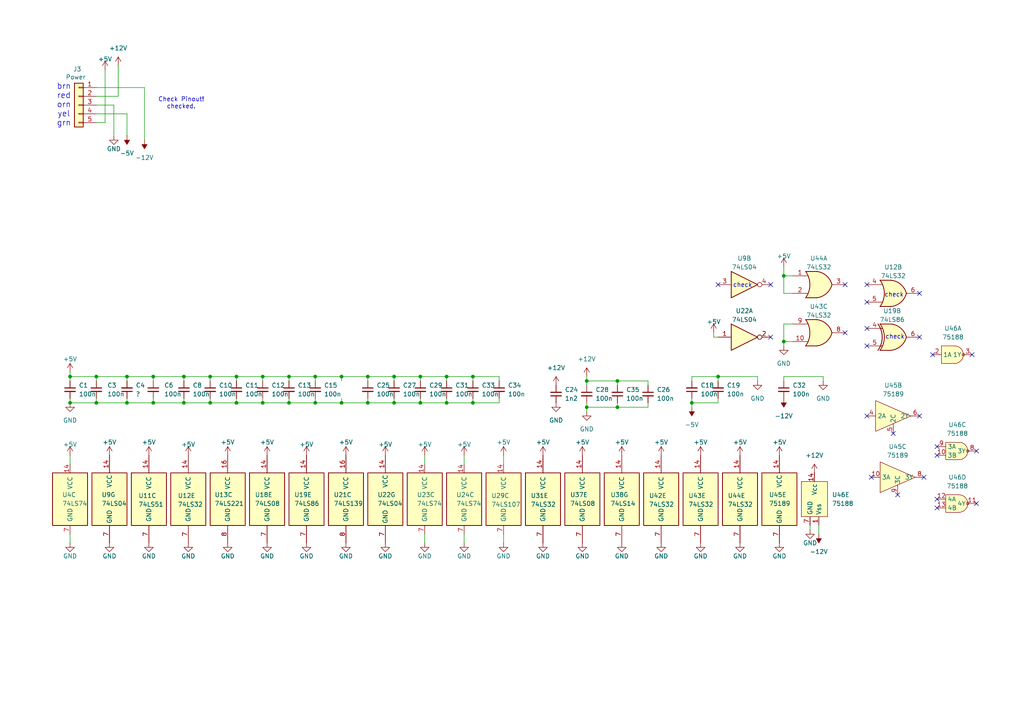
<source format=kicad_sch>
(kicad_sch (version 20231120) (generator "eeschema") (generator_version "8.0")
  (paper "A4")
  (title_block (title "EVA1 (Epson Video Adapter) - Power") (date "2025-01-09") (rev "v0.1") (company "100% Offner") (comment 1 "v0.1: Initial Release"))
  (junction (at 27.94 109.22))
  (junction (at 60.96 116.84))
  (junction (at 68.58 109.22))
  (junction (at 179.07 118.11))
  (junction (at 227.33 80.01))
  (junction (at 27.94 116.84))
  (junction (at 121.92 116.84))
  (junction (at 99.06 109.22))
  (junction (at 91.44 116.84))
  (junction (at 60.96 109.22))
  (junction (at 44.45 116.84))
  (junction (at 106.68 109.22))
  (junction (at 44.45 109.22))
  (junction (at 129.54 116.84))
  (junction (at 53.34 109.22))
  (junction (at 68.58 116.84))
  (junction (at 91.44 109.22))
  (junction (at 227.33 99.06))
  (junction (at 76.2 116.84))
  (junction (at 137.16 109.22))
  (junction (at 137.16 116.84))
  (junction (at 121.92 109.22))
  (junction (at 99.06 116.84))
  (junction (at 114.3 116.84))
  (junction (at 208.28 109.22))
  (junction (at 36.83 109.22))
  (junction (at 83.82 116.84))
  (junction (at 76.2 109.22))
  (junction (at 20.32 116.84))
  (junction (at 36.83 116.84))
  (junction (at 106.68 116.84))
  (junction (at 200.66 116.84))
  (junction (at 170.18 118.11))
  (junction (at 129.54 109.22))
  (junction (at 179.07 110.49))
  (junction (at 170.18 110.49))
  (junction (at 20.32 109.22))
  (junction (at 83.82 109.22))
  (junction (at 114.3 109.22))
  (junction (at 53.34 116.84))
  (no_connect (at 266.7 97.79))
  (no_connect (at 223.52 97.79))
  (no_connect (at 283.21 146.05))
  (no_connect (at 271.78 147.32))
  (no_connect (at 245.11 96.52))
  (no_connect (at 260.35 143.51))
  (no_connect (at 245.11 82.55))
  (no_connect (at 281.94 102.87))
  (no_connect (at 251.46 87.63))
  (no_connect (at 271.78 144.78))
  (no_connect (at 267.97 138.43))
  (no_connect (at 266.7 85.09))
  (no_connect (at 283.21 130.81))
  (no_connect (at 252.73 138.43))
  (no_connect (at 251.46 95.25))
  (no_connect (at 271.78 132.08))
  (no_connect (at 251.46 120.65))
  (no_connect (at 223.52 82.55))
  (no_connect (at 251.46 100.33))
  (no_connect (at 259.08 125.73))
  (no_connect (at 251.46 82.55))
  (no_connect (at 266.7 120.65))
  (no_connect (at 271.78 129.54))
  (no_connect (at 208.28 82.55))
  (no_connect (at 270.51 102.87))
  (wire (pts (xy 91.44 115.57) (xy 91.44 116.84)))
  (wire (pts (xy 106.68 115.57) (xy 106.68 116.84)))
  (wire (pts (xy 227.33 80.01) (xy 227.33 77.47)))
  (wire (pts (xy 34.29 19.05) (xy 34.29 27.94)))
  (wire (pts (xy 27.94 30.48) (xy 33.02 30.48)))
  (wire (pts (xy 83.82 109.22) (xy 83.82 110.49)))
  (wire (pts (xy 33.02 30.48) (xy 33.02 39.37)))
  (wire (pts (xy 207.01 97.79) (xy 208.28 97.79)))
  (wire (pts (xy 20.32 116.84) (xy 20.32 115.57)))
  (wire (pts (xy 227.33 93.98) (xy 227.33 99.06)))
  (wire (pts (xy 187.96 118.11) (xy 187.96 116.84)))
  (wire (pts (xy 123.19 132.08) (xy 123.19 134.62)))
  (wire (pts (xy 121.92 109.22) (xy 121.92 110.49)))
  (wire (pts (xy 170.18 109.22) (xy 170.18 110.49)))
  (wire (pts (xy 27.94 25.4) (xy 41.91 25.4)))
  (wire (pts (xy 20.32 116.84) (xy 27.94 116.84)))
  (wire (pts (xy 68.58 115.57) (xy 68.58 116.84)))
  (wire (pts (xy 200.66 116.84) (xy 200.66 118.11)))
  (wire (pts (xy 121.92 115.57) (xy 121.92 116.84)))
  (wire (pts (xy 36.83 109.22) (xy 44.45 109.22)))
  (wire (pts (xy 114.3 109.22) (xy 121.92 109.22)))
  (wire (pts (xy 76.2 116.84) (xy 68.58 116.84)))
  (wire (pts (xy 76.2 109.22) (xy 76.2 110.49)))
  (wire (pts (xy 41.91 25.4) (xy 41.91 40.64)))
  (wire (pts (xy 129.54 109.22) (xy 121.92 109.22)))
  (wire (pts (xy 20.32 109.22) (xy 27.94 109.22)))
  (wire (pts (xy 30.48 35.56) (xy 27.94 35.56)))
  (wire (pts (xy 179.07 116.84) (xy 179.07 118.11)))
  (wire (pts (xy 91.44 109.22) (xy 99.06 109.22)))
  (wire (pts (xy 60.96 109.22) (xy 60.96 110.49)))
  (wire (pts (xy 237.49 154.94) (xy 237.49 152.4)))
  (wire (pts (xy 60.96 109.22) (xy 68.58 109.22)))
  (wire (pts (xy 20.32 154.94) (xy 20.32 157.48)))
  (wire (pts (xy 53.34 116.84) (xy 44.45 116.84)))
  (wire (pts (xy 27.94 27.94) (xy 34.29 27.94)))
  (wire (pts (xy 229.87 80.01) (xy 227.33 80.01)))
  (wire (pts (xy 170.18 110.49) (xy 170.18 111.76)))
  (wire (pts (xy 170.18 119.38) (xy 170.18 118.11)))
  (wire (pts (xy 76.2 116.84) (xy 83.82 116.84)))
  (wire (pts (xy 227.33 109.22) (xy 227.33 110.49)))
  (wire (pts (xy 99.06 116.84) (xy 91.44 116.84)))
  (wire (pts (xy 91.44 109.22) (xy 91.44 110.49)))
  (wire (pts (xy 99.06 109.22) (xy 106.68 109.22)))
  (wire (pts (xy 179.07 118.11) (xy 187.96 118.11)))
  (wire (pts (xy 99.06 116.84) (xy 106.68 116.84)))
  (wire (pts (xy 208.28 109.22) (xy 200.66 109.22)))
  (wire (pts (xy 106.68 109.22) (xy 114.3 109.22)))
  (wire (pts (xy 134.62 132.08) (xy 134.62 134.62)))
  (wire (pts (xy 229.87 93.98) (xy 227.33 93.98)))
  (wire (pts (xy 36.83 116.84) (xy 44.45 116.84)))
  (wire (pts (xy 208.28 115.57) (xy 208.28 116.84)))
  (wire (pts (xy 68.58 109.22) (xy 76.2 109.22)))
  (wire (pts (xy 123.19 154.94) (xy 123.19 157.48)))
  (wire (pts (xy 36.83 109.22) (xy 36.83 110.49)))
  (wire (pts (xy 36.83 33.02) (xy 36.83 39.37)))
  (wire (pts (xy 68.58 109.22) (xy 68.58 110.49)))
  (wire (pts (xy 137.16 115.57) (xy 137.16 116.84)))
  (wire (pts (xy 207.01 96.52) (xy 207.01 97.79)))
  (wire (pts (xy 27.94 109.22) (xy 27.94 110.49)))
  (wire (pts (xy 144.78 109.22) (xy 144.78 110.49)))
  (wire (pts (xy 179.07 110.49) (xy 179.07 111.76)))
  (wire (pts (xy 53.34 115.57) (xy 53.34 116.84)))
  (wire (pts (xy 234.95 153.67) (xy 234.95 152.4)))
  (wire (pts (xy 179.07 110.49) (xy 187.96 110.49)))
  (wire (pts (xy 170.18 118.11) (xy 179.07 118.11)))
  (wire (pts (xy 229.87 99.06) (xy 227.33 99.06)))
  (wire (pts (xy 91.44 116.84) (xy 83.82 116.84)))
  (wire (pts (xy 129.54 115.57) (xy 129.54 116.84)))
  (wire (pts (xy 227.33 85.09) (xy 227.33 80.01)))
  (wire (pts (xy 219.71 109.22) (xy 208.28 109.22)))
  (wire (pts (xy 129.54 109.22) (xy 129.54 110.49)))
  (wire (pts (xy 27.94 115.57) (xy 27.94 116.84)))
  (wire (pts (xy 137.16 116.84) (xy 129.54 116.84)))
  (wire (pts (xy 137.16 109.22) (xy 144.78 109.22)))
  (wire (pts (xy 44.45 109.22) (xy 44.45 110.49)))
  (wire (pts (xy 60.96 115.57) (xy 60.96 116.84)))
  (wire (pts (xy 27.94 33.02) (xy 36.83 33.02)))
  (wire (pts (xy 53.34 109.22) (xy 53.34 110.49)))
  (wire (pts (xy 114.3 115.57) (xy 114.3 116.84)))
  (wire (pts (xy 187.96 111.76) (xy 187.96 110.49)))
  (wire (pts (xy 44.45 109.22) (xy 53.34 109.22)))
  (wire (pts (xy 53.34 116.84) (xy 60.96 116.84)))
  (wire (pts (xy 53.34 109.22) (xy 60.96 109.22)))
  (wire (pts (xy 238.76 110.49) (xy 238.76 109.22)))
  (wire (pts (xy 200.66 109.22) (xy 200.66 110.49)))
  (wire (pts (xy 200.66 116.84) (xy 208.28 116.84)))
  (wire (pts (xy 146.05 132.08) (xy 146.05 134.62)))
  (wire (pts (xy 114.3 116.84) (xy 106.68 116.84)))
  (wire (pts (xy 229.87 85.09) (xy 227.33 85.09)))
  (wire (pts (xy 227.33 99.06) (xy 227.33 100.33)))
  (wire (pts (xy 20.32 109.22) (xy 20.32 110.49)))
  (wire (pts (xy 20.32 107.95) (xy 20.32 109.22)))
  (wire (pts (xy 83.82 109.22) (xy 91.44 109.22)))
  (wire (pts (xy 44.45 115.57) (xy 44.45 116.84)))
  (wire (pts (xy 106.68 109.22) (xy 106.68 110.49)))
  (wire (pts (xy 36.83 115.57) (xy 36.83 116.84)))
  (wire (pts (xy 134.62 154.94) (xy 134.62 157.48)))
  (wire (pts (xy 170.18 118.11) (xy 170.18 116.84)))
  (wire (pts (xy 137.16 109.22) (xy 137.16 110.49)))
  (wire (pts (xy 68.58 116.84) (xy 60.96 116.84)))
  (wire (pts (xy 121.92 116.84) (xy 129.54 116.84)))
  (wire (pts (xy 146.05 154.94) (xy 146.05 157.48)))
  (wire (pts (xy 144.78 115.57) (xy 144.78 116.84)))
  (wire (pts (xy 20.32 132.08) (xy 20.32 134.62)))
  (wire (pts (xy 238.76 109.22) (xy 227.33 109.22)))
  (wire (pts (xy 129.54 109.22) (xy 137.16 109.22)))
  (wire (pts (xy 76.2 109.22) (xy 83.82 109.22)))
  (wire (pts (xy 114.3 116.84) (xy 121.92 116.84)))
  (wire (pts (xy 27.94 109.22) (xy 36.83 109.22)))
  (wire (pts (xy 99.06 109.22) (xy 99.06 110.49)))
  (wire (pts (xy 30.48 20.32) (xy 30.48 35.56)))
  (wire (pts (xy 114.3 109.22) (xy 114.3 110.49)))
  (wire (pts (xy 170.18 110.49) (xy 179.07 110.49)))
  (wire (pts (xy 27.94 116.84) (xy 36.83 116.84)))
  (wire (pts (xy 208.28 109.22) (xy 208.28 110.49)))
  (wire (pts (xy 99.06 115.57) (xy 99.06 116.84)))
  (wire (pts (xy 137.16 116.84) (xy 144.78 116.84)))
  (wire (pts (xy 83.82 115.57) (xy 83.82 116.84)))
  (wire (pts (xy 76.2 115.57) (xy 76.2 116.84)))
  (wire (pts (xy 219.71 110.49) (xy 219.71 109.22)))
  (wire (pts (xy 200.66 115.57) (xy 200.66 116.84)))
  (text "Check Pinout!\nchecked.\n" (at 52.578 29.972 0) (effects (font (size 1.27 1.27))))
  (text "check\n" (at 259.334 85.598 0) (effects (font (size 1.27 1.27))))
  (text "check\n" (at 259.588 97.79 0) (effects (font (size 1.27 1.27))))
  (text "brn\nred\norn\nyel\ngrn" (at 18.542 30.48 0) (effects (font (size 1.651 1.651))))
  (text "check\n" (at 215.392 82.804 0) (effects (font (size 1.27 1.27))))
  (symbol (lib_id "74xx:74LS32") (at 237.49 96.52 0) (unit 3)
    (property "Reference" "U43" (at 237.49 88.9 0))
    (property "Value" "74LS32" (at 237.49 91.44 0))
    (property "Footprint" "Package_DIP:DIP-14_W7.62mm" (effects (hide yes)))
    (property "Datasheet" "http://www.ti.com/lit/gpn/sn74LS32" (effects (hide yes)))
    (property "Description" "Quad 2-input OR" (effects (hide yes)))
  )
  (symbol (lib_id "power:GND") (at 100.33 157.48 0) (unit 1)
    (property "Reference" "#PWR0134" (effects (hide yes)))
    (property "Value" "GND" (at 100.33 161.29 0))
  )
  (symbol (lib_id "Device:C_Small") (at 76.2 113.03 0) (unit 1)
    (property "Reference" "C12" (at 78.74 111.7662 0) (effects (justify left)))
    (property "Value" "100n" (at 78.74 114.3062 0) (effects (justify left)))
    (property "Footprint" "Capacitor_THT:C_Disc_D4.7mm_W2.5mm_P5.00mm" (effects (hide yes)))
  )
  (symbol (lib_id "74xx:74LS51") (at 43.18 144.78 0) (unit 3)
    (property "Reference" "U11" (at 40.132 143.764 0) (effects (justify left)))
    (property "Value" "74LS51" (at 40.132 146.304 0) (effects (justify left)))
    (property "Footprint" "Package_DIP:DIP-14_W7.62mm" (effects (hide yes)))
    (property "Datasheet" "http://www.ti.com/lit/ds/symlink/sn74ls51.pdf" (effects (hide yes)))
    (property "Description" "Dual 3- and 2-input AND-NOR ( S = /(AB[C] + DE[F]) )" (effects (hide yes)))
  )
  (symbol (lib_id "power:GND") (at 20.32 116.84 0) (unit 1)
    (property "Reference" "#PWR0119" (effects (hide yes)))
    (property "Value" "GND" (at 20.32 121.92 0))
  )
  (symbol (lib_id "74xx:74LS32") (at 214.63 144.78 0) (unit 5)
    (property "Reference" "U44" (at 211.074 143.764 0) (effects (justify left)))
    (property "Value" "74LS32" (at 211.074 146.304 0) (effects (justify left)))
    (property "Footprint" "Package_DIP:DIP-14_W7.62mm" (effects (hide yes)))
    (property "Datasheet" "http://www.ti.com/lit/gpn/sn74LS32" (effects (hide yes)))
    (property "Description" "Quad 2-input OR" (effects (hide yes)))
  )
  (symbol (lib_id "power:+5V") (at 88.9 132.08 0) (unit 1)
    (property "Reference" "#PWR0124" (effects (hide yes)))
    (property "Value" "+5V" (at 88.9 128.905 0))
  )
  (symbol (lib_id "Device:C_Small") (at 161.29 114.3 180) (unit 1)
    (property "Reference" "C24" (at 163.83 113.0235 0) (effects (justify right)))
    (property "Value" "1n2" (at 163.83 115.5635 0) (effects (justify right)))
    (property "Footprint" "Capacitor_THT:C_Disc_D4.7mm_W2.5mm_P5.00mm" (effects (hide yes)))
  )
  (symbol (lib_id "74xx:74LS04") (at 215.9 82.55 0) (unit 2)
    (property "Reference" "U9" (at 215.9 74.93 0))
    (property "Value" "74LS04" (at 215.9 77.47 0))
    (property "Footprint" "Package_DIP:DIP-14_W7.62mm" (effects (hide yes)))
    (property "Datasheet" "http://www.ti.com/lit/gpn/sn74LS04" (effects (hide yes)))
    (property "Description" "Hex Inverter" (effects (hide yes)))
  )
  (symbol (lib_id "Device:C_Small") (at 144.78 113.03 0) (unit 1)
    (property "Reference" "C34" (at 147.32 111.7662 0) (effects (justify left)))
    (property "Value" "100n" (at 147.32 114.3062 0) (effects (justify left)))
    (property "Footprint" "Capacitor_THT:C_Disc_D4.7mm_W2.5mm_P5.00mm" (effects (hide yes)))
  )
  (symbol (lib_id "my_ics_new:75189") (at 260.35 138.43 0) (unit 3)
    (property "Reference" "U45" (at 260.35 129.54 0))
    (property "Value" "75189" (at 260.35 132.08 0))
    (property "Footprint" "Package_DIP:DIP-14_W7.62mm" (effects (hide yes)))
  )
  (symbol (lib_id "power:+5V") (at 54.61 132.08 0) (unit 1)
    (property "Reference" "#PWR0122" (effects (hide yes)))
    (property "Value" "+5V" (at 54.61 128.905 0))
  )
  (symbol (lib_id "power:+5V") (at 203.2 132.08 0) (unit 1)
    (property "Reference" "#PWR011" (effects (hide yes)))
    (property "Value" "+5V" (at 203.2 128.27 0))
  )
  (symbol (lib_id "power:GND") (at 214.63 157.48 0) (unit 1)
    (property "Reference" "#PWR014" (effects (hide yes)))
    (property "Value" "GND" (at 214.63 161.29 0))
  )
  (symbol (lib_id "power:+12V") (at 34.29 19.05 0) (unit 1)
    (property "Reference" "#PWR023" (effects (hide yes)))
    (property "Value" "+12V" (at 34.29 13.97 0))
    (property "Description" "Power symbol creates a global label with name \"+12V\"" (effects (hide yes)))
  )
  (symbol (lib_id "power:+12V") (at 170.18 109.22 0) (unit 1)
    (property "Reference" "#PWR072" (effects (hide yes)))
    (property "Value" "+12V" (at 170.18 104.14 0))
    (property "Description" "Power symbol creates a global label with name \"+12V\"" (effects (hide yes)))
  )
  (symbol (lib_id "power:+5V") (at 123.19 132.08 0) (unit 1)
    (property "Reference" "#PWR01" (effects (hide yes)))
    (property "Value" "+5V" (at 123.19 128.905 0))
  )
  (symbol (lib_id "power:GND") (at 191.77 157.48 0) (unit 1)
    (property "Reference" "#PWR010" (effects (hide yes)))
    (property "Value" "GND" (at 191.77 161.29 0))
  )
  (symbol (lib_id "74xx:74LS107") (at 146.05 144.78 0) (unit 3)
    (property "Reference" "U29" (at 142.494 143.764 0) (effects (justify left)))
    (property "Value" "74LS107" (at 142.494 146.304 0) (effects (justify left)))
    (property "Footprint" "Package_DIP:DIP-14_W7.62mm" (effects (hide yes)))
    (property "Datasheet" "http://www.ti.com/lit/gpn/sn74LS107" (effects (hide yes)))
    (property "Description" "Dual JK Flip-Flop, reset" (effects (hide yes)))
  )
  (symbol (lib_id "power:GND") (at 33.02 39.37 0) (unit 1)
    (property "Reference" "#PWR020" (effects (hide yes)))
    (property "Value" "GND" (at 33.02 43.18 0))
  )
  (symbol (lib_id "power:GND") (at 238.76 110.49 0) (unit 1)
    (property "Reference" "#PWR077" (effects (hide yes)))
    (property "Value" "GND" (at 238.76 115.57 0))
  )
  (symbol (lib_id "power:+5V") (at 227.33 77.47 0) (unit 1)
    (property "Reference" "#PWR0170" (effects (hide yes)))
    (property "Value" "+5V" (at 227.33 74.295 0))
  )
  (symbol (lib_id "74xx:74LS32") (at 191.77 144.78 0) (unit 5)
    (property "Reference" "U42" (at 188.214 143.764 0) (effects (justify left)))
    (property "Value" "74LS32" (at 188.214 146.304 0) (effects (justify left)))
    (property "Footprint" "Package_DIP:DIP-14_W7.62mm" (effects (hide yes)))
    (property "Datasheet" "http://www.ti.com/lit/gpn/sn74LS32" (effects (hide yes)))
    (property "Description" "Quad 2-input OR" (effects (hide yes)))
  )
  (symbol (lib_id "Device:C_Small") (at 27.94 113.03 0) (unit 1)
    (property "Reference" "C3" (at 31.115 111.7662 0) (effects (justify left)))
    (property "Value" "100n" (at 31.115 114.3062 0) (effects (justify left)))
    (property "Footprint" "Capacitor_THT:C_Disc_D4.7mm_W2.5mm_P5.00mm" (effects (hide yes)))
  )
  (symbol (lib_id "power:GND") (at 31.75 157.48 0) (unit 1)
    (property "Reference" "#PWR0128" (effects (hide yes)))
    (property "Value" "GND" (at 31.75 161.29 0))
  )
  (symbol (lib_id "Device:C_Small") (at 170.18 114.3 0) (unit 1)
    (property "Reference" "C28" (at 172.72 113.0362 0) (effects (justify left)))
    (property "Value" "100n" (at 172.72 115.5762 0) (effects (justify left)))
    (property "Footprint" "Capacitor_THT:C_Disc_D4.7mm_W2.5mm_P5.00mm" (effects (hide yes)))
  )
  (symbol (lib_id "power:+5V") (at 30.48 20.32 0) (unit 1)
    (property "Reference" "#PWR022" (effects (hide yes)))
    (property "Value" "+5V" (at 30.48 17.145 0))
  )
  (symbol (lib_id "power:+12V") (at 236.22 137.16 0) (unit 1)
    (property "Reference" "#PWR017" (effects (hide yes)))
    (property "Value" "+12V" (at 236.22 132.08 0))
    (property "Description" "Power symbol creates a global label with name \"+12V\"" (effects (hide yes)))
  )
  (symbol (lib_id "power:+12V") (at 161.29 111.76 0) (unit 1)
    (property "Reference" "#PWR0160" (effects (hide yes)))
    (property "Value" "+12V" (at 161.29 106.68 0))
    (property "Description" "Power symbol creates a global label with name \"+12V\"" (effects (hide yes)))
  )
  (symbol (lib_id "Device:C_Small") (at 20.32 113.03 0) (unit 1)
    (property "Reference" "C1" (at 22.86 111.7662 0) (effects (justify left)))
    (property "Value" "100n" (at 22.86 114.3062 0) (effects (justify left)))
    (property "Footprint" "Capacitor_THT:C_Disc_D4.7mm_W2.5mm_P5.00mm" (effects (hide yes)))
  )
  (symbol (lib_id "power:-12V") (at 227.33 115.57 180) (unit 1)
    (property "Reference" "#PWR076" (effects (hide yes)))
    (property "Value" "-12V" (at 227.33 120.65 0))
    (property "Description" "Power symbol creates a global label with name \"-12V\"" (effects (hide yes)))
  )
  (symbol (lib_id "my_ics_new:75188") (at 276.86 130.81 0) (unit 3)
    (property "Reference" "U46" (at 277.6746 123.19 0))
    (property "Value" "75188" (at 277.6746 125.73 0))
    (property "Footprint" "Package_DIP:DIP-14_W7.62mm" (effects (hide yes)))
  )
  (symbol (lib_id "my_ics_new:75189") (at 259.08 120.65 0) (unit 2)
    (property "Reference" "U45" (at 259.08 111.76 0))
    (property "Value" "75189" (at 259.08 114.3 0))
    (property "Footprint" "Package_DIP:DIP-14_W7.62mm" (effects (hide yes)))
  )
  (symbol (lib_id "Device:C_Small") (at 129.54 113.03 0) (unit 1)
    (property "Reference" "C31" (at 132.08 111.7662 0) (effects (justify left)))
    (property "Value" "100n" (at 132.08 114.3062 0) (effects (justify left)))
    (property "Footprint" "Capacitor_THT:C_Disc_D4.7mm_W2.5mm_P5.00mm" (effects (hide yes)))
  )
  (symbol (lib_id "power:+5V") (at 191.77 132.08 0) (unit 1)
    (property "Reference" "#PWR09" (effects (hide yes)))
    (property "Value" "+5V" (at 191.77 128.27 0))
  )
  (symbol (lib_id "power:-5V") (at 200.66 118.11 180) (unit 1)
    (property "Reference" "#PWR070" (effects (hide yes)))
    (property "Value" "-5V" (at 200.66 123.19 0))
    (property "Description" "Power symbol creates a global label with name \"-5V\"" (effects (hide yes)))
  )
  (symbol (lib_id "74xx:74LS08") (at 168.91 144.78 0) (unit 5)
    (property "Reference" "U37" (at 165.354 143.51 0) (effects (justify left)))
    (property "Value" "74LS08" (at 165.354 146.05 0) (effects (justify left)))
    (property "Footprint" "Package_DIP:DIP-14_W7.62mm" (effects (hide yes)))
    (property "Datasheet" "http://www.ti.com/lit/gpn/sn74LS08" (effects (hide yes)))
    (property "Description" "Quad And2" (effects (hide yes)))
  )
  (symbol (lib_id "Device:C_Small") (at 60.96 113.03 0) (unit 1)
    (property "Reference" "C10" (at 63.5 111.7662 0) (effects (justify left)))
    (property "Value" "100n" (at 63.5 114.3062 0) (effects (justify left)))
    (property "Footprint" "Capacitor_THT:C_Disc_D4.7mm_W2.5mm_P5.00mm" (effects (hide yes)))
  )
  (symbol (lib_id "Connector_Generic:Conn_01x05") (at 22.86 30.48 0) (mirror y) (unit 1)
    (property "Reference" "J3" (at 23.622 20.066 0) (effects (justify left)))
    (property "Value" "Power" (at 24.892 22.352 0) (effects (justify left)))
    (property "Footprint" "Connector_PinHeader_2.54mm:PinHeader_1x05_P2.54mm_Vertical" (effects (hide yes)))
    (property "Description" "Generic connector, single row, 01x05, script generated (kicad-library-utils/schlib/autogen/connector/)" (effects (hide yes)))
  )
  (symbol (lib_id "power:+5V") (at 66.04 132.08 0) (unit 1)
    (property "Reference" "#PWR0120" (effects (hide yes)))
    (property "Value" "+5V" (at 66.04 128.27 0))
  )
  (symbol (lib_id "74xx:74LS32") (at 203.2 144.78 0) (unit 5)
    (property "Reference" "U43" (at 199.644 143.764 0) (effects (justify left)))
    (property "Value" "74LS32" (at 199.644 146.304 0) (effects (justify left)))
    (property "Footprint" "Package_DIP:DIP-14_W7.62mm" (effects (hide yes)))
    (property "Datasheet" "http://www.ti.com/lit/gpn/sn74LS32" (effects (hide yes)))
    (property "Description" "Quad 2-input OR" (effects (hide yes)))
  )
  (symbol (lib_id "power:GND") (at 123.19 157.48 0) (unit 1)
    (property "Reference" "#PWR02" (effects (hide yes)))
    (property "Value" "GND" (at 123.19 161.29 0))
  )
  (symbol (lib_id "power:+5V") (at 157.48 132.08 0) (unit 1)
    (property "Reference" "#PWR0141" (effects (hide yes)))
    (property "Value" "+5V" (at 157.48 128.27 0))
  )
  (symbol (lib_id "power:GND") (at 168.91 157.48 0) (unit 1)
    (property "Reference" "#PWR06" (effects (hide yes)))
    (property "Value" "GND" (at 168.91 161.29 0))
  )
  (symbol (lib_id "power:+5V") (at 43.18 132.08 0) (unit 1)
    (property "Reference" "#PWR0121" (effects (hide yes)))
    (property "Value" "+5V" (at 43.18 128.27 0))
  )
  (symbol (lib_id "power:GND") (at 77.47 157.48 0) (unit 1)
    (property "Reference" "#PWR0135" (effects (hide yes)))
    (property "Value" "GND" (at 77.47 161.29 0))
  )
  (symbol (lib_id "Device:C_Small") (at 53.34 113.03 0) (unit 1)
    (property "Reference" "C8" (at 55.88 111.7662 0) (effects (justify left)))
    (property "Value" "100n" (at 55.88 114.3062 0) (effects (justify left)))
    (property "Footprint" "Capacitor_THT:C_Disc_D4.7mm_W2.5mm_P5.00mm" (effects (hide yes)))
  )
  (symbol (lib_id "power:GND") (at 219.71 110.49 0) (unit 1)
    (property "Reference" "#PWR069" (effects (hide yes)))
    (property "Value" "GND" (at 219.71 115.57 0))
  )
  (symbol (lib_id "Device:C_Small") (at 137.16 113.03 0) (unit 1)
    (property "Reference" "C33" (at 139.7 111.7662 0) (effects (justify left)))
    (property "Value" "100n" (at 139.7 114.3062 0) (effects (justify left)))
    (property "Footprint" "Capacitor_THT:C_Disc_D4.7mm_W2.5mm_P5.00mm" (effects (hide yes)))
  )
  (symbol (lib_id "power:GND") (at 146.05 157.48 0) (unit 1)
    (property "Reference" "#PWR0138" (effects (hide yes)))
    (property "Value" "GND" (at 146.05 161.29 0))
  )
  (symbol (lib_id "Device:C_Small") (at 83.82 113.03 0) (unit 1)
    (property "Reference" "C13" (at 86.36 111.7662 0) (effects (justify left)))
    (property "Value" "100n" (at 86.36 114.3062 0) (effects (justify left)))
    (property "Footprint" "Capacitor_THT:C_Disc_D4.7mm_W2.5mm_P5.00mm" (effects (hide yes)))
  )
  (symbol (lib_id "power:GND") (at 54.61 157.48 0) (unit 1)
    (property "Reference" "#PWR0132" (effects (hide yes)))
    (property "Value" "GND" (at 54.61 161.29 0))
  )
  (symbol (lib_id "power:-12V") (at 237.49 154.94 180) (unit 1)
    (property "Reference" "#PWR018" (effects (hide yes)))
    (property "Value" "-12V" (at 237.49 160.02 0))
    (property "Description" "Power symbol creates a global label with name \"-12V\"" (effects (hide yes)))
  )
  (symbol (lib_id "74xx:74LS04") (at 215.9 97.79 0) (unit 1)
    (property "Reference" "U22" (at 215.9 90.17 0))
    (property "Value" "74LS04" (at 215.9 92.71 0))
    (property "Footprint" "Package_DIP:DIP-14_W7.62mm" (effects (hide yes)))
    (property "Datasheet" "http://www.ti.com/lit/gpn/sn74LS04" (effects (hide yes)))
    (property "Description" "Hex Inverter" (effects (hide yes)))
  )
  (symbol (lib_id "power:+5V") (at 146.05 132.08 0) (unit 1)
    (property "Reference" "#PWR0140" (effects (hide yes)))
    (property "Value" "+5V" (at 146.05 128.27 0))
  )
  (symbol (lib_id "Device:C_Small") (at 187.96 114.3 0) (unit 1)
    (property "Reference" "C26" (at 190.5 113.0362 0) (effects (justify left)))
    (property "Value" "100n" (at 190.5 115.5762 0) (effects (justify left)))
    (property "Footprint" "Capacitor_THT:C_Disc_D4.7mm_W2.5mm_P5.00mm" (effects (hide yes)))
  )
  (symbol (lib_id "74xx:74LS86") (at 88.9 144.78 0) (unit 5)
    (property "Reference" "U19" (at 85.344 143.51 0) (effects (justify left)))
    (property "Value" "74LS86" (at 85.344 146.05 0) (effects (justify left)))
    (property "Footprint" "Package_DIP:DIP-14_W7.62mm" (effects (hide yes)))
    (property "Datasheet" "74xx/74ls86.pdf" (effects (hide yes)))
    (property "Description" "Quad 2-input XOR" (effects (hide yes)))
  )
  (symbol (lib_id "74xx:74LS74") (at 20.32 144.78 0) (unit 3)
    (property "Reference" "U4" (at 18.034 143.51 0) (effects (justify left)))
    (property "Value" "74LS74" (at 18.034 146.05 0) (effects (justify left)))
    (property "Footprint" "Package_DIP:DIP-14_W7.62mm" (effects (hide yes)))
    (property "Datasheet" "74xx/74hc_hct74.pdf" (effects (hide yes)))
    (property "Description" "Dual D Flip-flop, Set & Reset" (effects (hide yes)))
  )
  (symbol (lib_id "74xx:74LS221") (at 66.04 144.78 0) (unit 3)
    (property "Reference" "U13" (at 62.23 143.51 0) (effects (justify left)))
    (property "Value" "74LS221" (at 62.23 146.05 0) (effects (justify left)))
    (property "Footprint" "Package_DIP:DIP-16_W7.62mm" (effects (hide yes)))
    (property "Datasheet" "http://www.ti.com/lit/gpn/sn74LS221" (effects (hide yes)))
    (property "Description" "Dual Monostable" (effects (hide yes)))
  )
  (symbol (lib_id "74xx:74LS04") (at 111.76 144.78 0) (unit 7)
    (property "Reference" "U22" (at 109.474 143.51 0) (effects (justify left)))
    (property "Value" "74LS04" (at 109.474 146.05 0) (effects (justify left)))
    (property "Footprint" "Package_DIP:DIP-14_W7.62mm" (effects (hide yes)))
    (property "Datasheet" "http://www.ti.com/lit/gpn/sn74LS04" (effects (hide yes)))
    (property "Description" "Hex Inverter" (effects (hide yes)))
  )
  (symbol (lib_id "Device:C_Small") (at 179.07 114.3 180) (unit 1)
    (property "Reference" "C35" (at 181.61 113.0235 0) (effects (justify right)))
    (property "Value" "100n" (at 181.61 115.5635 0) (effects (justify right)))
    (property "Footprint" "Capacitor_THT:C_Disc_D4.7mm_W2.5mm_P5.00mm" (effects (hide yes)))
  )
  (symbol (lib_id "74xx:74LS32") (at 259.08 85.09 0) (unit 2)
    (property "Reference" "U12" (at 259.08 77.47 0))
    (property "Value" "74LS32" (at 259.08 80.01 0))
    (property "Footprint" "Package_DIP:DIP-14_W7.62mm" (effects (hide yes)))
    (property "Datasheet" "http://www.ti.com/lit/gpn/sn74LS32" (effects (hide yes)))
    (property "Description" "Quad 2-input OR" (effects (hide yes)))
  )
  (symbol (lib_id "Device:C_Small") (at 44.45 113.03 0) (unit 1)
    (property "Reference" "C6" (at 47.625 111.7662 0) (effects (justify left)))
    (property "Value" "100n" (at 47.625 114.3 0) (effects (justify left)))
    (property "Footprint" "Capacitor_THT:C_Disc_D4.7mm_W2.5mm_P5.00mm" (effects (hide yes)))
  )
  (symbol (lib_id "power:+5V") (at 111.76 132.08 0) (unit 1)
    (property "Reference" "#PWR0137" (effects (hide yes)))
    (property "Value" "+5V" (at 111.76 128.905 0))
  )
  (symbol (lib_id "power:GND") (at 111.76 157.48 0) (unit 1)
    (property "Reference" "#PWR0136" (effects (hide yes)))
    (property "Value" "GND" (at 111.76 161.29 0))
  )
  (symbol (lib_id "74xx:74LS139") (at 100.33 144.78 0) (unit 3)
    (property "Reference" "U21" (at 96.774 143.51 0) (effects (justify left)))
    (property "Value" "74LS139" (at 96.774 146.05 0) (effects (justify left)))
    (property "Footprint" "Package_DIP:DIP-16_W7.62mm" (effects (hide yes)))
    (property "Datasheet" "http://www.ti.com/lit/ds/symlink/sn74ls139a.pdf" (effects (hide yes)))
    (property "Description" "Dual Decoder 1 of 4, Active low outputs" (effects (hide yes)))
  )
  (symbol (lib_id "74xx:74LS86") (at 259.08 97.79 0) (unit 2)
    (property "Reference" "U19" (at 258.7752 90.17 0))
    (property "Value" "74LS86" (at 258.7752 92.71 0))
    (property "Footprint" "Package_DIP:DIP-14_W7.62mm" (effects (hide yes)))
    (property "Datasheet" "74xx/74ls86.pdf" (effects (hide yes)))
    (property "Description" "Quad 2-input XOR" (effects (hide yes)))
  )
  (symbol (lib_id "power:+5V") (at 20.32 107.95 0) (unit 1)
    (property "Reference" "#PWR0118" (effects (hide yes)))
    (property "Value" "+5V" (at 20.32 104.14 0))
  )
  (symbol (lib_id "74xx:74LS08") (at 77.47 144.78 0) (unit 5)
    (property "Reference" "U18" (at 73.914 143.51 0) (effects (justify left)))
    (property "Value" "74LS08" (at 73.914 146.05 0) (effects (justify left)))
    (property "Footprint" "Package_DIP:DIP-14_W7.62mm" (effects (hide yes)))
    (property "Datasheet" "http://www.ti.com/lit/gpn/sn74LS08" (effects (hide yes)))
    (property "Description" "Quad And2" (effects (hide yes)))
  )
  (symbol (lib_id "power:GND") (at 134.62 157.48 0) (unit 1)
    (property "Reference" "#PWR04" (effects (hide yes)))
    (property "Value" "GND" (at 134.62 161.29 0))
  )
  (symbol (lib_id "Device:C_Small") (at 200.66 113.03 180) (unit 1)
    (property "Reference" "C18" (at 203.2 111.7535 0) (effects (justify right)))
    (property "Value" "100n" (at 203.2 114.2935 0) (effects (justify right)))
    (property "Footprint" "Capacitor_THT:C_Disc_D4.7mm_W2.5mm_P5.00mm" (effects (hide yes)))
  )
  (symbol (lib_id "my_ics_new:75188") (at 275.59 102.87 0) (unit 1)
    (property "Reference" "U46" (at 276.4046 95.25 0))
    (property "Value" "75188" (at 276.4046 97.79 0))
    (property "Footprint" "Package_DIP:DIP-14_W7.62mm" (effects (hide yes)))
  )
  (symbol (lib_id "power:GND") (at 157.48 157.48 0) (unit 1)
    (property "Reference" "#PWR0139" (effects (hide yes)))
    (property "Value" "GND" (at 157.48 161.29 0))
  )
  (symbol (lib_id "power:+5V") (at 77.47 132.08 0) (unit 1)
    (property "Reference" "#PWR0125" (effects (hide yes)))
    (property "Value" "+5V" (at 77.47 128.27 0))
  )
  (symbol (lib_id "power:+5V") (at 134.62 132.08 0) (unit 1)
    (property "Reference" "#PWR03" (effects (hide yes)))
    (property "Value" "+5V" (at 134.62 128.905 0))
  )
  (symbol (lib_id "74xx:74LS74") (at 134.62 144.78 0) (unit 3)
    (property "Reference" "U24" (at 132.334 143.51 0) (effects (justify left)))
    (property "Value" "74LS74" (at 132.334 146.05 0) (effects (justify left)))
    (property "Footprint" "Package_DIP:DIP-14_W7.62mm" (effects (hide yes)))
    (property "Datasheet" "74xx/74hc_hct74.pdf" (effects (hide yes)))
    (property "Description" "Dual D Flip-flop, Set & Reset" (effects (hide yes)))
  )
  (symbol (lib_id "power:GND") (at 226.06 157.48 0) (unit 1)
    (property "Reference" "#PWR016" (effects (hide yes)))
    (property "Value" "GND" (at 226.06 161.29 0))
  )
  (symbol (lib_id "my_ics_new:75188") (at 276.86 146.05 0) (unit 4)
    (property "Reference" "U46" (at 277.6746 138.43 0))
    (property "Value" "75188" (at 277.6746 140.97 0))
    (property "Footprint" "Package_DIP:DIP-14_W7.62mm" (effects (hide yes)))
  )
  (symbol (lib_id "power:+5V") (at 180.34 132.08 0) (unit 1)
    (property "Reference" "#PWR07" (effects (hide yes)))
    (property "Value" "+5V" (at 180.34 128.27 0))
  )
  (symbol (lib_id "Device:C_Small") (at 121.92 113.03 0) (unit 1)
    (property "Reference" "C29" (at 124.46 111.7662 0) (effects (justify left)))
    (property "Value" "100n" (at 124.46 114.3062 0) (effects (justify left)))
    (property "Footprint" "Capacitor_THT:C_Disc_D4.7mm_W2.5mm_P5.00mm" (effects (hide yes)))
  )
  (symbol (lib_id "power:+5V") (at 207.01 96.52 0) (unit 1)
    (property "Reference" "#PWR0172" (effects (hide yes)))
    (property "Value" "+5V" (at 207.01 93.345 0))
  )
  (symbol (lib_id "Device:C_Small") (at 208.28 113.03 180) (unit 1)
    (property "Reference" "C19" (at 210.82 111.7535 0) (effects (justify right)))
    (property "Value" "100n" (at 210.82 114.2935 0) (effects (justify right)))
    (property "Footprint" "Capacitor_THT:C_Disc_D4.7mm_W2.5mm_P5.00mm" (effects (hide yes)))
  )
  (symbol (lib_id "power:GND") (at 88.9 157.48 0) (unit 1)
    (property "Reference" "#PWR0133" (effects (hide yes)))
    (property "Value" "GND" (at 88.9 161.29 0))
  )
  (symbol (lib_id "74xx:74LS04") (at 31.75 144.78 0) (unit 7)
    (property "Reference" "U9" (at 29.464 143.51 0) (effects (justify left)))
    (property "Value" "74LS04" (at 29.464 146.05 0) (effects (justify left)))
    (property "Footprint" "Package_DIP:DIP-14_W7.62mm" (effects (hide yes)))
    (property "Datasheet" "http://www.ti.com/lit/gpn/sn74LS04" (effects (hide yes)))
    (property "Description" "Hex Inverter" (effects (hide yes)))
  )
  (symbol (lib_id "power:GND") (at 234.95 153.67 0) (unit 1)
    (property "Reference" "#PWR019" (effects (hide yes)))
    (property "Value" "GND" (at 234.95 157.48 0))
  )
  (symbol (lib_id "Device:C_Small") (at 227.33 113.03 0) (unit 1)
    (property "Reference" "C32" (at 229.87 111.7662 0) (effects (justify left)))
    (property "Value" "100n" (at 229.87 114.3062 0) (effects (justify left)))
    (property "Footprint" "Capacitor_THT:C_Disc_D4.7mm_W2.5mm_P5.00mm" (effects (hide yes)))
  )
  (symbol (lib_id "power:GND") (at 170.18 119.38 0) (unit 1)
    (property "Reference" "#PWR071" (effects (hide yes)))
    (property "Value" "GND" (at 170.18 124.46 0))
  )
  (symbol (lib_id "Device:C_Small") (at 36.83 113.03 180) (unit 1)
    (property "Reference" "C4" (at 39.37 111.7535 0) (effects (justify right)))
    (property "Value" "?" (at 39.37 114.2935 0) (effects (justify right)))
    (property "Footprint" "Capacitor_THT:C_Disc_D4.7mm_W2.5mm_P5.00mm" (effects (hide yes)))
  )
  (symbol (lib_id "74xx:74LS32") (at 237.49 82.55 0) (unit 1)
    (property "Reference" "U44" (at 237.49 74.93 0))
    (property "Value" "74LS32" (at 237.49 77.47 0))
    (property "Footprint" "Package_DIP:DIP-14_W7.62mm" (effects (hide yes)))
    (property "Datasheet" "http://www.ti.com/lit/gpn/sn74LS32" (effects (hide yes)))
    (property "Description" "Quad 2-input OR" (effects (hide yes)))
  )
  (symbol (lib_id "74xx:74LS14") (at 180.34 144.78 0) (unit 7)
    (property "Reference" "U38" (at 177.038 143.51 0) (effects (justify left)))
    (property "Value" "74LS14" (at 177.038 146.05 0) (effects (justify left)))
    (property "Footprint" "Package_DIP:DIP-14_W7.62mm" (effects (hide yes)))
    (property "Datasheet" "http://www.ti.com/lit/gpn/sn74LS14" (effects (hide yes)))
    (property "Description" "Hex inverter schmitt trigger" (effects (hide yes)))
  )
  (symbol (lib_id "Device:C_Small") (at 114.3 113.03 0) (unit 1)
    (property "Reference" "C27" (at 116.84 111.7662 0) (effects (justify left)))
    (property "Value" "100n" (at 116.84 114.3062 0) (effects (justify left)))
    (property "Footprint" "Capacitor_THT:C_Disc_D4.7mm_W2.5mm_P5.00mm" (effects (hide yes)))
  )
  (symbol (lib_id "Device:C_Small") (at 68.58 113.03 0) (unit 1)
    (property "Reference" "C11" (at 71.12 111.7662 0) (effects (justify left)))
    (property "Value" "100n" (at 71.12 114.3062 0) (effects (justify left)))
    (property "Footprint" "Capacitor_THT:C_Disc_D4.7mm_W2.5mm_P5.00mm" (effects (hide yes)))
  )
  (symbol (lib_id "power:GND") (at 180.34 157.48 0) (unit 1)
    (property "Reference" "#PWR08" (effects (hide yes)))
    (property "Value" "GND" (at 180.34 161.29 0))
  )
  (symbol (lib_id "power:+5V") (at 226.06 132.08 0) (unit 1)
    (property "Reference" "#PWR015" (effects (hide yes)))
    (property "Value" "+5V" (at 226.06 128.27 0))
  )
  (symbol (lib_id "power:+5V") (at 31.75 132.08 0) (unit 1)
    (property "Reference" "#PWR0129" (effects (hide yes)))
    (property "Value" "+5V" (at 31.75 128.27 0))
  )
  (symbol (lib_id "my_ics_new:75189") (at 226.06 144.78 0) (unit 5)
    (property "Reference" "U45" (at 223.012 143.51 0) (effects (justify left)))
    (property "Value" "75189" (at 223.012 146.05 0) (effects (justify left)))
    (property "Footprint" "Package_DIP:DIP-14_W7.62mm" (effects (hide yes)))
  )
  (symbol (lib_id "power:+5V") (at 20.32 132.08 0) (unit 1)
    (property "Reference" "#PWR0126" (effects (hide yes)))
    (property "Value" "+5V" (at 20.32 128.905 0))
  )
  (symbol (lib_id "power:+5V") (at 168.91 132.08 0) (unit 1)
    (property "Reference" "#PWR05" (effects (hide yes)))
    (property "Value" "+5V" (at 168.91 128.27 0))
  )
  (symbol (lib_id "74xx:74LS32") (at 157.48 144.78 0) (unit 5)
    (property "Reference" "U31" (at 153.924 143.764 0) (effects (justify left)))
    (property "Value" "74LS32" (at 153.924 146.304 0) (effects (justify left)))
    (property "Footprint" "Package_DIP:DIP-14_W7.62mm" (effects (hide yes)))
    (property "Datasheet" "http://www.ti.com/lit/gpn/sn74LS32" (effects (hide yes)))
    (property "Description" "Quad 2-input OR" (effects (hide yes)))
  )
  (symbol (lib_id "power:GND") (at 20.32 157.48 0) (unit 1)
    (property "Reference" "#PWR0127" (effects (hide yes)))
    (property "Value" "GND" (at 20.32 161.29 0))
  )
  (symbol (lib_id "74xx:74LS74") (at 123.19 144.78 0) (unit 3)
    (property "Reference" "U23" (at 120.904 143.51 0) (effects (justify left)))
    (property "Value" "74LS74" (at 120.904 146.05 0) (effects (justify left)))
    (property "Footprint" "Package_DIP:DIP-14_W7.62mm" (effects (hide yes)))
    (property "Datasheet" "74xx/74hc_hct74.pdf" (effects (hide yes)))
    (property "Description" "Dual D Flip-flop, Set & Reset" (effects (hide yes)))
  )
  (symbol (lib_id "power:GND") (at 66.04 157.48 0) (unit 1)
    (property "Reference" "#PWR0130" (effects (hide yes)))
    (property "Value" "GND" (at 66.04 161.29 0))
  )
  (symbol (lib_id "power:-12V") (at 41.91 40.64 180) (unit 1)
    (property "Reference" "#PWR021" (effects (hide yes)))
    (property "Value" "-12V" (at 41.91 45.72 0))
    (property "Description" "Power symbol creates a global label with name \"-12V\"" (effects (hide yes)))
  )
  (symbol (lib_id "power:GND") (at 161.29 116.84 0) (unit 1)
    (property "Reference" "#PWR0169" (effects (hide yes)))
    (property "Value" "GND" (at 161.29 121.92 0))
  )
  (symbol (lib_id "power:+5V") (at 100.33 132.08 0) (unit 1)
    (property "Reference" "#PWR0123" (effects (hide yes)))
    (property "Value" "+5V" (at 100.33 128.27 0))
  )
  (symbol (lib_id "my_ics_new:75188") (at 236.22 144.78 0) (unit 5)
    (property "Reference" "U46" (at 241.3 143.5099 0) (effects (justify left)))
    (property "Value" "75188" (at 241.3 146.0499 0) (effects (justify left)))
    (property "Footprint" "Package_DIP:DIP-14_W7.62mm" (effects (hide yes)))
  )
  (symbol (lib_id "power:GND") (at 227.33 100.33 0) (unit 1)
    (property "Reference" "#PWR0171" (effects (hide yes)))
    (property "Value" "GND" (at 227.33 105.41 0))
  )
  (symbol (lib_id "power:-5V") (at 36.83 39.37 180) (unit 1)
    (property "Reference" "#PWR024" (effects (hide yes)))
    (property "Value" "-5V" (at 36.83 44.45 0))
    (property "Description" "Power symbol creates a global label with name \"-5V\"" (effects (hide yes)))
  )
  (symbol (lib_id "Device:C_Small") (at 91.44 113.03 0) (unit 1)
    (property "Reference" "C15" (at 93.98 111.7662 0) (effects (justify left)))
    (property "Value" "100n" (at 93.98 114.3062 0) (effects (justify left)))
    (property "Footprint" "Capacitor_THT:C_Disc_D4.7mm_W2.5mm_P5.00mm" (effects (hide yes)))
  )
  (symbol (lib_id "power:GND") (at 43.18 157.48 0) (unit 1)
    (property "Reference" "#PWR0131" (effects (hide yes)))
    (property "Value" "GND" (at 43.18 161.29 0))
  )
  (symbol (lib_id "power:+5V") (at 214.63 132.08 0) (unit 1)
    (property "Reference" "#PWR013" (effects (hide yes)))
    (property "Value" "+5V" (at 214.63 128.27 0))
  )
  (symbol (lib_id "Device:C_Small") (at 106.68 113.03 0) (unit 1)
    (property "Reference" "C25" (at 109.22 111.7662 0) (effects (justify left)))
    (property "Value" "100n" (at 109.22 114.3062 0) (effects (justify left)))
    (property "Footprint" "Capacitor_THT:C_Disc_D4.7mm_W2.5mm_P5.00mm" (effects (hide yes)))
  )
  (symbol (lib_id "power:GND") (at 203.2 157.48 0) (unit 1)
    (property "Reference" "#PWR012" (effects (hide yes)))
    (property "Value" "GND" (at 203.2 161.29 0))
  )
  (symbol (lib_id "74xx:74LS32") (at 54.61 144.78 0) (unit 5)
    (property "Reference" "U12" (at 51.562 143.764 0) (effects (justify left)))
    (property "Value" "74LS32" (at 51.562 146.304 0) (effects (justify left)))
    (property "Footprint" "Package_DIP:DIP-14_W7.62mm" (effects (hide yes)))
    (property "Datasheet" "http://www.ti.com/lit/gpn/sn74LS32" (effects (hide yes)))
    (property "Description" "Quad 2-input OR" (effects (hide yes)))
  )
)
</source>
